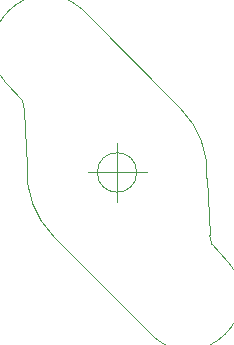
<source format=gm1>
%TF.GenerationSoftware,KiCad,Pcbnew,(5.1.6)-1*%
%TF.CreationDate,2020-06-08T02:24:45-04:00*%
%TF.ProjectId,HAT_SWITCH_BREAKOUT,4841545f-5357-4495-9443-485f42524541,rev?*%
%TF.SameCoordinates,Original*%
%TF.FileFunction,Profile,NP*%
%FSLAX46Y46*%
G04 Gerber Fmt 4.6, Leading zero omitted, Abs format (unit mm)*
G04 Created by KiCad (PCBNEW (5.1.6)-1) date 2020-06-08 02:24:45*
%MOMM*%
%LPD*%
G01*
G04 APERTURE LIST*
%TA.AperFunction,Profile*%
%ADD10C,0.050000*%
%TD*%
G04 APERTURE END LIST*
D10*
X123229153Y-96552845D02*
G75*
G02*
X125444358Y-102444322I-5388154J-5388154D01*
G01*
X112452845Y-107329153D02*
G75*
G02*
X110237640Y-101437676I5388154J5388154D01*
G01*
X109834377Y-95851061D02*
X108429021Y-94365551D01*
X110237640Y-101437676D02*
X109997842Y-96631932D01*
X109834377Y-95851061D02*
G75*
G02*
X109997842Y-96631932I-1783378J-780871D01*
G01*
X108429021Y-94365551D02*
G75*
G02*
X114790999Y-88050999I3411978J2924552D01*
G01*
X123229153Y-96552845D02*
X114790999Y-88050999D01*
X125444358Y-102444322D02*
X125684156Y-107250066D01*
X125847621Y-108030937D02*
X127252977Y-109516447D01*
X112452845Y-107329153D02*
X120890999Y-115830999D01*
X125847621Y-108030937D02*
G75*
G02*
X125684156Y-107250066I1783378J780871D01*
G01*
X127252977Y-109516447D02*
G75*
G02*
X120890999Y-115830999I-3411978J-2924552D01*
G01*
X119507665Y-101940999D02*
G75*
G03*
X119507665Y-101940999I-1666666J0D01*
G01*
X115340999Y-101940999D02*
X120340999Y-101940999D01*
X117840999Y-99440999D02*
X117840999Y-104440999D01*
M02*

</source>
